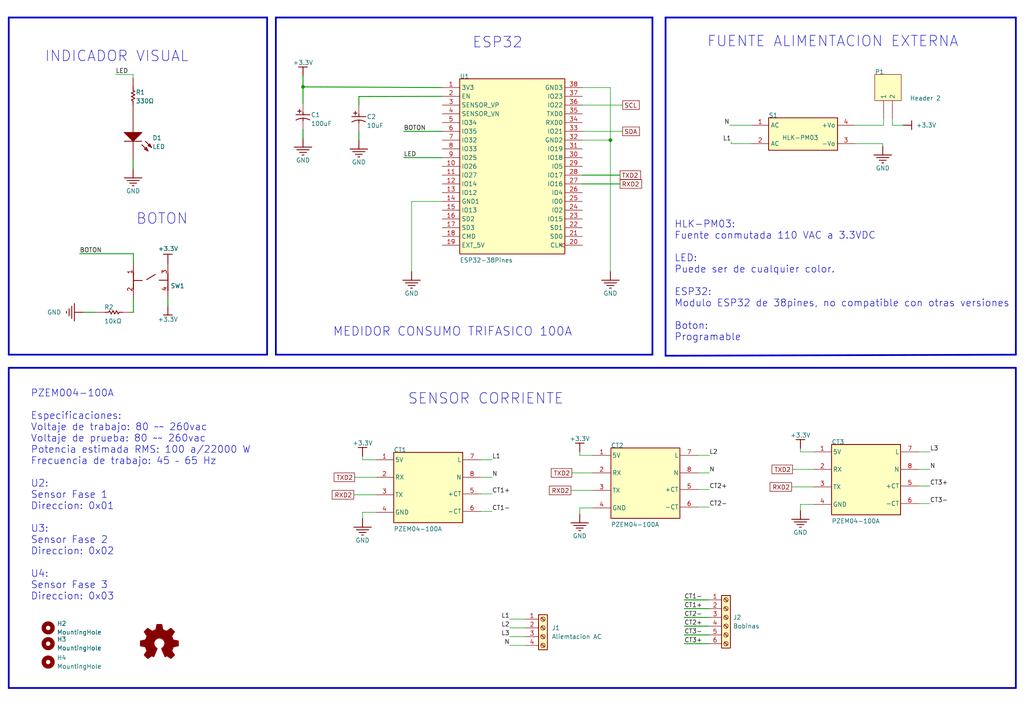
<source format=kicad_sch>
(kicad_sch (version 20211123) (generator eeschema)
  (paper "A4")
  (lib_symbols
    (symbol "0_PZEM04-100A_1"
      (property "Reference" "CT1" (at -11.016 9.766 0))
      (property "Value" "0_PZEM04-100A_1" (at -11.016 -13.174 0))
      (symbol "0_PZEM04-100A_1_1_0"
        (rectangle (start 8.984 9.766) (end -11.016 -10.634) (stroke (width 0.254)) (fill (type background)))
        (pin power_in line (at -16.256 7.62 0) (length 5.08) (name "5V") (number "1"))
        (pin power_in line (at -16.256 2.54 0) (length 5.08) (name "RX") (number "2"))
        (pin power_in line (at -16.256 -2.54 0) (length 5.08) (name "TX") (number "3"))
        (pin power_in line (at -16.256 -7.62 0) (length 5.08) (name "GND") (number "4"))
        (pin power_in line (at 14.224 -2.286 180) (length 5.08) (name "+CT") (number "5"))
        (pin power_in line (at 14.224 -7.366 180) (length 5.08) (name "-CT") (number "6"))
        (pin power_in line (at 14.224 7.62 180) (length 5.08) (name "L") (number "7"))
        (pin power_in line (at 14.224 2.54 180) (length 5.08) (name "N") (number "8"))
      )
    )
    (symbol "Connector:Screw_Terminal_01x04" (pin_names (offset 1.016) hide)
      (property "Reference" "J" (at 0 5.08 0))
      (property "Value" "Screw_Terminal_01x04" (at 0 -7.62 0))
      (symbol "Screw_Terminal_01x04_1_1"
        (rectangle (start -1.27 3.81) (end 1.27 -6.35) (stroke (width 0.254)) (fill (type background)))
        (circle (center 0 -5.08) (radius 0.635) (stroke (width 0.1524)))
        (circle (center 0 -2.54) (radius 0.635) (stroke (width 0.1524)))
        (polyline (pts (xy -0.5334 -4.7498) (xy 0.3302 -5.588)) (stroke (width 0.1524)))
        (polyline (pts (xy -0.5334 -2.2098) (xy 0.3302 -3.048)) (stroke (width 0.1524)))
        (polyline (pts (xy -0.5334 0.3302) (xy 0.3302 -0.508)) (stroke (width 0.1524)))
        (polyline (pts (xy -0.5334 2.8702) (xy 0.3302 2.032)) (stroke (width 0.1524)))
        (polyline (pts (xy -0.3556 -4.572) (xy 0.508 -5.4102)) (stroke (width 0.1524)))
        (polyline (pts (xy -0.3556 -2.032) (xy 0.508 -2.8702)) (stroke (width 0.1524)))
        (polyline (pts (xy -0.3556 0.508) (xy 0.508 -0.3302)) (stroke (width 0.1524)))
        (polyline (pts (xy -0.3556 3.048) (xy 0.508 2.2098)) (stroke (width 0.1524)))
        (circle (center 0 0) (radius 0.635) (stroke (width 0.1524)))
        (circle (center 0 2.54) (radius 0.635) (stroke (width 0.1524)))
        (pin passive line (at -5.08 2.54 0) (length 3.81) (name "Pin_1") (number "1"))
        (pin passive line (at -5.08 0 0) (length 3.81) (name "Pin_2") (number "2"))
        (pin passive line (at -5.08 -2.54 0) (length 3.81) (name "Pin_3") (number "3"))
        (pin passive line (at -5.08 -5.08 0) (length 3.81) (name "Pin_4") (number "4"))
      )
    )
    (symbol "Connector:Screw_Terminal_01x06" (pin_names (offset 1.016) hide)
      (property "Reference" "J" (at 0 7.62 0))
      (property "Value" "Screw_Terminal_01x06" (at 0 -10.16 0))
      (symbol "Screw_Terminal_01x06_1_1"
        (rectangle (start -1.27 6.35) (end 1.27 -8.89) (stroke (width 0.254)) (fill (type background)))
        (circle (center 0 -7.62) (radius 0.635) (stroke (width 0.1524)))
        (circle (center 0 -5.08) (radius 0.635) (stroke (width 0.1524)))
        (circle (center 0 -2.54) (radius 0.635) (stroke (width 0.1524)))
        (polyline (pts (xy -0.5334 -7.2898) (xy 0.3302 -8.128)) (stroke (width 0.1524)))
        (polyline (pts (xy -0.5334 -4.7498) (xy 0.3302 -5.588)) (stroke (width 0.1524)))
        (polyline (pts (xy -0.5334 -2.2098) (xy 0.3302 -3.048)) (stroke (width 0.1524)))
        (polyline (pts (xy -0.5334 0.3302) (xy 0.3302 -0.508)) (stroke (width 0.1524)))
        (polyline (pts (xy -0.5334 2.8702) (xy 0.3302 2.032)) (stroke (width 0.1524)))
        (polyline (pts (xy -0.5334 5.4102) (xy 0.3302 4.572)) (stroke (width 0.1524)))
        (polyline (pts (xy -0.3556 -7.112) (xy 0.508 -7.9502)) (stroke (width 0.1524)))
        (polyline (pts (xy -0.3556 -4.572) (xy 0.508 -5.4102)) (stroke (width 0.1524)))
        (polyline (pts (xy -0.3556 -2.032) (xy 0.508 -2.8702)) (stroke (width 0.1524)))
        (polyline (pts (xy -0.3556 0.508) (xy 0.508 -0.3302)) (stroke (width 0.1524)))
        (polyline (pts (xy -0.3556 3.048) (xy 0.508 2.2098)) (stroke (width 0.1524)))
        (polyline (pts (xy -0.3556 5.588) (xy 0.508 4.7498)) (stroke (width 0.1524)))
        (circle (center 0 0) (radius 0.635) (stroke (width 0.1524)))
        (circle (center 0 2.54) (radius 0.635) (stroke (width 0.1524)))
        (circle (center 0 5.08) (radius 0.635) (stroke (width 0.1524)))
        (pin passive line (at -5.08 5.08 0) (length 3.81) (name "Pin_1") (number "1"))
        (pin passive line (at -5.08 2.54 0) (length 3.81) (name "Pin_2") (number "2"))
        (pin passive line (at -5.08 0 0) (length 3.81) (name "Pin_3") (number "3"))
        (pin passive line (at -5.08 -2.54 0) (length 3.81) (name "Pin_4") (number "4"))
        (pin passive line (at -5.08 -5.08 0) (length 3.81) (name "Pin_5") (number "5"))
        (pin passive line (at -5.08 -7.62 0) (length 3.81) (name "Pin_6") (number "6"))
      )
    )
    (symbol "Graphic:Logo_Open_Hardware_Small" (pin_names (offset 1.016))
      (symbol "Logo_Open_Hardware_Small_0_1"
        (polyline (pts (xy 3.3528 -4.3434) (xy 3.302 -4.318) (xy 3.175 -4.2418) (xy 2.9972 -4.1148) (xy 2.7686 -3.9624) (xy 2.54 -3.81) (xy 2.3622 -3.7084) (xy 2.2352 -3.6068) (xy 2.1844 -3.5814) (xy 2.159 -3.6068) (xy 2.0574 -3.6576) (xy 1.905 -3.7338) (xy 1.8034 -3.7846) (xy 1.6764 -3.8354) (xy 1.6002 -3.8354) (xy 1.6002 -3.8354) (xy 1.5494 -3.7338) (xy 1.4732 -3.5306) (xy 1.3462 -3.302) (xy 1.2446 -3.0226) (xy 1.1176 -2.7178) (xy 0.9652 -2.413) (xy 0.8636 -2.1082) (xy 0.7366 -1.8288) (xy 0.6604 -1.6256) (xy 0.6096 -1.4732) (xy 0.5842 -1.397) (xy 0.5842 -1.397) (xy 0.6604 -1.3208) (xy 0.7874 -1.2446) (xy 1.0414 -1.016) (xy 1.2954 -0.6858) (xy 1.4478 -0.3302) (xy 1.524 0.0762) (xy 1.4732 0.4572) (xy 1.3208 0.8128) (xy 1.0668 1.143) (xy 0.762 1.3716) (xy 0.4064 1.524) (xy 0 1.5748) (xy -0.381 1.5494) (xy -0.7366 1.397) (xy -1.0668 1.143) (xy -1.2192 0.9906) (xy -1.397 0.6604) (xy -1.524 0.3048) (xy -1.524 0.2286) (xy -1.4986 -0.1778) (xy -1.397 -0.5334) (xy -1.1938 -0.8636) (xy -0.9144 -1.143) (xy -0.8636 -1.1684) (xy -0.7366 -1.27) (xy -0.635 -1.3462) (xy -0.5842 -1.397) (xy -1.0668 -2.5908) (xy -1.143 -2.794) (xy -1.2954 -3.1242) (xy -1.397 -3.4036) (xy -1.4986 -3.6322) (xy -1.5748 -3.7846) (xy -1.6002 -3.8354) (xy -1.6002 -3.8354) (xy -1.651 -3.8354) (xy -1.7272 -3.81) (xy -1.905 -3.7338) (xy -2.0066 -3.683) (xy -2.1336 -3.6068) (xy -2.2098 -3.5814) (xy -2.2606 -3.6068) (xy -2.3622 -3.683) (xy -2.54 -3.81) (xy -2.7686 -3.9624) (xy -2.9718 -4.0894) (xy -3.1496 -4.2164) (xy -3.302 -4.318) (xy -3.3528 -4.3434) (xy -3.3782 -4.3434) (xy -3.429 -4.318) (xy -3.5306 -4.2164) (xy -3.7084 -4.064) (xy -3.937 -3.8354) (xy -3.9624 -3.81) (xy -4.1656 -3.6068) (xy -4.318 -3.4544) (xy -4.4196 -3.3274) (xy -4.445 -3.2766) (xy -4.445 -3.2766) (xy -4.4196 -3.2258) (xy -4.318 -3.0734) (xy -4.2164 -2.8956) (xy -4.064 -2.667) (xy -3.6576 -2.0828) (xy -3.8862 -1.5494) (xy -3.937 -1.3716) (xy -4.0386 -1.1684) (xy -4.0894 -1.0414) (xy -4.1148 -0.9652) (xy -4.191 -0.9398) (xy -4.318 -0.9144) (xy -4.5466 -0.8636) (xy -4.8006 -0.8128) (xy -5.0546 -0.7874) (xy -5.2578 -0.7366) (xy -5.4356 -0.7112) (xy -5.5118 -0.6858) (xy -5.5118 -0.6858) (xy -5.5372 -0.635) (xy -5.5372 -0.5588) (xy -5.5372 -0.4318) (xy -5.5626 -0.2286) (xy -5.5626 0.0762) (xy -5.5626 0.127) (xy -5.5372 0.4064) (xy -5.5372 0.635) (xy -5.5372 0.762) (xy -5.5372 0.8382) (xy -5.5372 0.8382) (xy -5.461 0.8382) (xy -5.3086 0.889) (xy -5.08 0.9144) (xy -4.826 0.9652) (xy -4.8006 0.9906) (xy -4.5466 1.0414) (xy -4.318 1.0668) (xy -4.1656 1.1176) (xy -4.0894 1.143) (xy -4.0894 1.143) (xy -4.0386 1.2446) (xy -3.9624 1.4224) (xy -3.8608 1.6256) (xy -3.7846 1.8288) (xy -3.7084 2.0066) (xy -3.6576 2.159) (xy -3.6322 2.2098) (xy -3.6322 2.2098) (xy -3.683 2.286) (xy -3.7592 2.413) (xy -3.8862 2.5908) (xy -4.064 2.8194) (xy -4.064 2.8448) (xy -4.2164 3.0734) (xy -4.3434 3.2512) (xy -4.4196 3.3782) (xy -4.445 3.4544) (xy -4.445 3.4544) (xy -4.3942 3.5052) (xy -4.2926 3.6322) (xy -4.1148 3.81) (xy -3.937 4.0132) (xy -3.8608 4.064) (xy -3.6576 4.2926) (xy -3.5052 4.4196) (xy -3.4036 4.4958) (xy -3.3528 4.5212) (xy -3.3528 4.5212) (xy -3.302 4.4704) (xy -3.1496 4.3688) (xy -2.9718 4.2418) (xy -2.7432 4.0894) (xy -2.7178 4.0894) (xy -2.4892 3.937) (xy -2.3114 3.81) (xy -2.1844 3.7084) (xy -2.1336 3.683) (xy -2.1082 3.683) (xy -2.032 3.7084) (xy -1.8542 3.7592) (xy -1.6764 3.8354) (xy -1.4732 3.937) (xy -1.27 4.0132) (xy -1.143 4.064) (xy -1.0668 4.1148) (xy -1.0668 4.1148) (xy -1.0414 4.191) (xy -1.016 4.3434) (xy -0.9652 4.572) (xy -0.9144 4.8514) (xy -0.889 4.9022) (xy -0.8382 5.1562) (xy -0.8128 5.3848) (xy -0.7874 5.5372) (xy -0.762 5.588) (xy -0.7112 5.6134) (xy -0.5842 5.6134) (xy -0.4064 5.6134) (xy -0.1524 5.6134) (xy 0.0762 5.6134) (xy 0.3302 5.6134) (xy 0.5334 5.6134) (xy 0.6858 5.588) (xy 0.7366 5.588) (xy 0.7366 5.588) (xy 0.762 5.5118) (xy 0.8128 5.334) (xy 0.8382 5.1054) (xy 0.9144 4.826) (xy 0.9144 4.7752) (xy 0.9652 4.5212) (xy 1.016 4.2926) (xy 1.0414 4.1402) (xy 1.0668 4.0894) (xy 1.0668 4.0894) (xy 1.1938 4.0386) (xy 1.3716 3.9624) (xy 1.5748 3.8608) (xy 2.0828 3.6576) (xy 2.7178 4.0894) (xy 2.7686 4.1402) (xy 2.9972 4.2926) (xy 3.175 4.4196) (xy 3.302 4.4958) (xy 3.3782 4.5212) (xy 3.3782 4.5212) (xy 3.429 4.4704) (xy 3.556 4.3434) (xy 3.7338 4.191) (xy 3.9116 3.9878) (xy 4.064 3.8354) (xy 4.2418 3.6576) (xy 4.3434 3.556) (xy 4.4196 3.4798) (xy 4.4196 3.429) (xy 4.4196 3.4036) (xy 4.3942 3.3274) (xy 4.2926 3.2004) (xy 4.1656 2.9972) (xy 4.0132 2.794) (xy 3.8862 2.5908) (xy 3.7592 2.3876) (xy 3.6576 2.2352) (xy 3.6322 2.159) (xy 3.6322 2.1336) (xy 3.683 2.0066) (xy 3.7592 1.8288) (xy 3.8608 1.6002) (xy 4.064 1.1176) (xy 4.3942 1.0414) (xy 4.5974 1.016) (xy 4.8768 0.9652) (xy 5.1308 0.9144) (xy 5.5372 0.8382) (xy 5.5626 -0.6604) (xy 5.4864 -0.6858) (xy 5.4356 -0.6858) (xy 5.2832 -0.7366) (xy 5.0546 -0.762) (xy 4.8006 -0.8128) (xy 4.5974 -0.8636) (xy 4.3688 -0.9144) (xy 4.2164 -0.9398) (xy 4.1402 -0.9398) (xy 4.1148 -0.9652) (xy 4.064 -1.0668) (xy 3.9878 -1.2446) (xy 3.9116 -1.4478) (xy 3.81 -1.651) (xy 3.7338 -1.8542) (xy 3.683 -2.0066) (xy 3.6576 -2.0828) (xy 3.683 -2.1336) (xy 3.7846 -2.2606) (xy 3.8862 -2.4638) (xy 4.0386 -2.667) (xy 4.191 -2.8956) (xy 4.318 -3.0734) (xy 4.3942 -3.2004) (xy 4.445 -3.2766) (xy 4.4196 -3.3274) (xy 4.3434 -3.429) (xy 4.1656 -3.5814) (xy 3.937 -3.8354) (xy 3.8862 -3.8608) (xy 3.683 -4.064) (xy 3.5306 -4.2164) (xy 3.4036 -4.318) (xy 3.3528 -4.3434)) (fill (type outline)))
      )
    )
    (symbol "IoT_Trifasico-altium-import:+3.3V" (power)
      (property "Reference" "#PWR" (at 0 0 0))
      (property "Value" "+3.3V" (at 0 3.81 0))
      (symbol "+3.3V_0_0"
        (polyline (pts (xy -1.27 -2.54) (xy 1.27 -2.54)) (stroke (width 0.254)))
        (polyline (pts (xy 0 0) (xy 0 -2.54)) (stroke (width 0.254)))
        (pin power_in line (at 0 0 0) (length 0) hide (name "+3.3V") (number ""))
      )
    )
    (symbol "IoT_Trifasico-altium-import:0_Button"
      (property "Value" "0_Button" (at 0 0 0))
      (symbol "0_Button_1_0"
        (polyline (pts (xy -5 -2.62) (xy -5 -1.096)) (stroke (width 0.254)))
        (polyline (pts (xy -5 -2.62) (xy -5 -0.08)) (stroke (width 0.254)))
        (polyline (pts (xy -5 -0.08) (xy -2.46 -0.08)) (stroke (width 0.254)))
        (polyline (pts (xy -5 2.46) (xy -5 -0.08)) (stroke (width 0.254)))
        (polyline (pts (xy -5 2.46) (xy -5 0.936)) (stroke (width 0.254)))
        (polyline (pts (xy -1.19 0.174) (xy 1.35 1.698)) (stroke (width 0.254)))
        (polyline (pts (xy 5 -3) (xy 5 -1.476)) (stroke (width 0.254)))
        (polyline (pts (xy 5 -3) (xy 5 -0.46)) (stroke (width 0.254)))
        (polyline (pts (xy 5 0) (xy 2.46 0)) (stroke (width 0.254)))
        (polyline (pts (xy 5 2) (xy 5 -0.54)) (stroke (width 0.254)))
        (polyline (pts (xy 5 2) (xy 5 0.476)) (stroke (width 0.254)))
        (pin passive line (at -5 5 270) (length 5.08) (name "1") (number "1"))
        (pin passive line (at -5 -5.16 90) (length 5.08) (name "2") (number "2"))
        (pin passive line (at 5 5 270) (length 5.08) (name "3") (number "3"))
        (pin passive line (at 5 -5 90) (length 5.08) (name "4") (number "4"))
      )
    )
    (symbol "IoT_Trifasico-altium-import:0_ESP32-38Pines"
      (property "Value" "0_ESP32-38Pines" (at 0 0 0))
      (symbol "0_ESP32-38Pines_1_0"
        (rectangle (start 30.48 2.54) (end 0 -48.26) (stroke (width 0.254)) (fill (type background)))
        (pin power_in line (at -5.08 0 0) (length 5.08) (name "3V3") (number "1"))
        (pin bidirectional line (at -5.08 -22.86 0) (length 5.08) (name "IO26") (number "10"))
        (pin bidirectional line (at -5.08 -25.4 0) (length 5.08) (name "IO27") (number "11"))
        (pin bidirectional line (at -5.08 -27.94 0) (length 5.08) (name "IO14") (number "12"))
        (pin bidirectional line (at -5.08 -30.48 0) (length 5.08) (name "IO12") (number "13"))
        (pin power_in line (at -5.08 -33.02 0) (length 5.08) (name "GND1") (number "14"))
        (pin bidirectional line (at -5.08 -35.56 0) (length 5.08) (name "IO13") (number "15"))
        (pin bidirectional line (at -5.08 -38.1 0) (length 5.08) (name "SD2") (number "16"))
        (pin bidirectional line (at -5.08 -40.64 0) (length 5.08) (name "SD3") (number "17"))
        (pin bidirectional line (at -5.08 -43.18 0) (length 5.08) (name "CMD") (number "18"))
        (pin power_in line (at -5.08 -45.72 0) (length 5.08) (name "EXT_5V") (number "19"))
        (pin input line (at -5.08 -2.54 0) (length 5.08) (name "EN") (number "2"))
        (pin input clock (at 35.56 -45.72 180) (length 5.08) (name "CLK") (number "20"))
        (pin bidirectional line (at 35.56 -43.18 180) (length 5.08) (name "SD0") (number "21"))
        (pin bidirectional line (at 35.56 -40.64 180) (length 5.08) (name "SD1") (number "22"))
        (pin bidirectional line (at 35.56 -38.1 180) (length 5.08) (name "IO15") (number "23"))
        (pin bidirectional line (at 35.56 -35.56 180) (length 5.08) (name "IO2") (number "24"))
        (pin bidirectional line (at 35.56 -33.02 180) (length 5.08) (name "IO0") (number "25"))
        (pin bidirectional line (at 35.56 -30.48 180) (length 5.08) (name "IO4") (number "26"))
        (pin bidirectional line (at 35.56 -27.94 180) (length 5.08) (name "IO16") (number "27"))
        (pin bidirectional line (at 35.56 -25.4 180) (length 5.08) (name "IO17") (number "28"))
        (pin bidirectional line (at 35.56 -22.86 180) (length 5.08) (name "IO5") (number "29"))
        (pin input line (at -5.08 -5.08 0) (length 5.08) (name "SENSOR_VP") (number "3"))
        (pin bidirectional line (at 35.56 -20.32 180) (length 5.08) (name "IO18") (number "30"))
        (pin bidirectional line (at 35.56 -17.78 180) (length 5.08) (name "IO19") (number "31"))
        (pin power_in line (at 35.56 -15.24 180) (length 5.08) (name "GND2") (number "32"))
        (pin bidirectional line (at 35.56 -12.7 180) (length 5.08) (name "IO21") (number "33"))
        (pin input line (at 35.56 -10.16 180) (length 5.08) (name "RXD0") (number "34"))
        (pin output line (at 35.56 -7.62 180) (length 5.08) (name "TXD0") (number "35"))
        (pin bidirectional line (at 35.56 -5.08 180) (length 5.08) (name "IO22") (number "36"))
        (pin bidirectional line (at 35.56 -2.54 180) (length 5.08) (name "IO23") (number "37"))
        (pin power_in line (at 35.56 0 180) (length 5.08) (name "GND3") (number "38"))
        (pin input line (at -5.08 -7.62 0) (length 5.08) (name "SENSOR_VN") (number "4"))
        (pin bidirectional line (at -5.08 -10.16 0) (length 5.08) (name "IO34") (number "5"))
        (pin bidirectional line (at -5.08 -12.7 0) (length 5.08) (name "IO35") (number "6"))
        (pin bidirectional line (at -5.08 -15.24 0) (length 5.08) (name "IO32") (number "7"))
        (pin bidirectional line (at -5.08 -17.78 0) (length 5.08) (name "IO33") (number "8"))
        (pin bidirectional line (at -5.08 -20.32 0) (length 5.08) (name "IO25") (number "9"))
      )
    )
    (symbol "IoT_Trifasico-altium-import:0_Electrolytic capacitor"
      (property "Value" "0_Electrolytic capacitor" (at 0 0 0))
      (symbol "0_Electrolytic capacitor_1_0"
        (arc (start 0 -0.508) (mid -1.0431 -0.6441) (end -2.0163 -1.0435) (stroke (width 0.254)))
        (polyline (pts (xy -2.032 0.508) (xy 2.032 0.508)) (stroke (width 0.254)))
        (polyline (pts (xy -1.524 1.524) (xy -0.508 1.524)) (stroke (width 0.254)))
        (polyline (pts (xy -1.016 2.032) (xy -1.016 1.016)) (stroke (width 0.254)))
        (polyline (pts (xy 0 -0.508) (xy 0 -1.27)) (stroke (width 0.254)))
        (polyline (pts (xy 0 1.27) (xy 0 0.508)) (stroke (width 0.254)))
        (arc (start 1.9124 -0.9861) (mid 0.9856 -0.6293) (end 0 -0.508) (stroke (width 0.254)))
        (pin passive line (at 0 3.81 270) (length 2.54) (name "1") (number "1"))
        (pin passive line (at 0 -3.81 90) (length 2.54) (name "2") (number "2"))
      )
    )
    (symbol "IoT_Trifasico-altium-import:0_HLK-PM03"
      (property "Reference" "S1" (at 5.002 2.146 0))
      (property "Value" "HLK-PM03" (at 9.652 -3.81 0))
      (symbol "0_HLK-PM03_1_0"
        (rectangle (start 25.002 2.146) (end 5.002 -7.254) (stroke (width 0.254)) (fill (type background)))
        (pin power_in line (at 0 0 0) (length 5.08) (name "AC") (number "1"))
        (pin power_in line (at 0 -5.334 0) (length 5.08) (name "AC") (number "2"))
        (pin power_in line (at 29.972 -5.334 180) (length 5.08) (name "-Vo") (number "3"))
        (pin power_in line (at 29.972 0 180) (length 5.08) (name "+Vo") (number "4"))
      )
    )
    (symbol "IoT_Trifasico-altium-import:0_PZEM04-100A"
      (property "Reference" "CT1" (at -11.016 9.766 0))
      (property "Value" "PZEM04-100A" (at -11.016 -13.174 0))
      (symbol "0_PZEM04-100A_1_0"
        (rectangle (start 8.984 9.766) (end -11.016 -10.634) (stroke (width 0.254)) (fill (type background)))
        (pin power_in line (at -16.256 7.62 0) (length 5.08) (name "5V") (number "1"))
        (pin power_in line (at -16.256 2.54 0) (length 5.08) (name "RX") (number "2"))
        (pin power_in line (at -16.256 -2.54 0) (length 5.08) (name "TX") (number "3"))
        (pin power_in line (at -16.256 -7.62 0) (length 5.08) (name "GND") (number "4"))
        (pin power_in line (at 14.224 -2.286 180) (length 5.08) (name "+CT") (number "5"))
        (pin power_in line (at 14.224 -7.366 180) (length 5.08) (name "-CT") (number "6"))
        (pin power_in line (at 14.224 7.62 180) (length 5.08) (name "L") (number "7"))
        (pin power_in line (at 14.224 2.54 180) (length 5.08) (name "N") (number "8"))
      )
    )
    (symbol "IoT_Trifasico-altium-import:0_Resistencia"
      (property "Value" "0_Resistencia" (at 0 0 0))
      (symbol "0_Resistencia_1_0"
        (polyline (pts (xy 2.54 0) (xy 1.524 0) (xy 1.27 -0.508) (xy 0.762 0.508) (xy 0.254 -0.508) (xy -0.254 0.508) (xy -0.762 -0.508) (xy -1.27 0.508) (xy -1.524 0) (xy -2.54 0)) (stroke (width 0.254)))
        (pin passive line (at -5.08 0 0) (length 2.54) (name "1") (number "1"))
        (pin passive line (at 5.08 0 180) (length 2.54) (name "2") (number "2"))
      )
    )
    (symbol "IoT_Trifasico-altium-import:1_Header 2"
      (property "Value" "1_Header 2" (at 0 0 0))
      (symbol "1_Header 2_1_0"
        (rectangle (start 7.62 7.62) (end 0 0) (fill (type background)))
        (pin passive line (at 2.54 -5.08 90) (length 5.08) (name "1") (number "1"))
        (pin passive line (at 5.08 -5.08 90) (length 5.08) (name "2") (number "2"))
      )
    )
    (symbol "IoT_Trifasico-altium-import:1_Resistencia"
      (property "Value" "1_Resistencia" (at 0 0 0))
      (symbol "1_Resistencia_1_0"
        (polyline (pts (xy 0 2.54) (xy 0 1.524) (xy 0.508 1.27) (xy -0.508 0.762) (xy 0.508 0.254) (xy -0.508 -0.254) (xy 0.508 -0.762) (xy -0.508 -1.27) (xy 0 -1.524) (xy 0 -2.54)) (stroke (width 0.254)))
        (pin passive line (at 0 -5.08 90) (length 2.54) (name "1") (number "1"))
        (pin passive line (at 0 5.08 270) (length 2.54) (name "2") (number "2"))
      )
    )
    (symbol "IoT_Trifasico-altium-import:3_LED"
      (property "Value" "3_LED" (at 0 0 0))
      (symbol "3_LED_1_0"
        (polyline (pts (xy 2.54 -3.636) (xy 4.318 -5.414)) (stroke (width 0.254)))
        (polyline (pts (xy 2.54 -2.62) (xy -2.54 -2.62)) (stroke (width 0.254)))
        (polyline (pts (xy 3.556 -2.62) (xy 5.334 -4.398)) (stroke (width 0.254)))
        (polyline (pts (xy -2.54 -0.08) (xy 0 -2.62) (xy 2.54 -0.08) (xy -2.54 -0.08)) (stroke (width 0.254)) (fill (type outline)))
        (polyline (pts (xy 4.318 -5.414) (xy 3.81 -4.398) (xy 3.302 -4.906) (xy 4.318 -5.414)) (stroke (width 0.254)) (fill (type outline)))
        (polyline (pts (xy 5.334 -4.398) (xy 4.826 -3.382) (xy 4.318 -3.89) (xy 5.334 -4.398)) (stroke (width 0.254)) (fill (type outline)))
        (pin passive line (at 0 5 270) (length 5.08) (name "A") (number "1"))
        (pin passive line (at 0 -7.7 90) (length 5.08) (name "K") (number "2"))
      )
    )
    (symbol "IoT_Trifasico-altium-import:GND" (power)
      (property "Reference" "#PWR" (at 0 0 0))
      (property "Value" "GND" (at 0 6.35 0))
      (symbol "GND_0_0"
        (polyline (pts (xy -2.54 -2.54) (xy 2.54 -2.54)) (stroke (width 0.254)))
        (polyline (pts (xy -1.778 -3.302) (xy 1.778 -3.302)) (stroke (width 0.254)))
        (polyline (pts (xy -1.016 -4.064) (xy 1.016 -4.064)) (stroke (width 0.254)))
        (polyline (pts (xy -0.254 -4.826) (xy 0.254 -4.826)) (stroke (width 0.254)))
        (polyline (pts (xy 0 0) (xy 0 -2.54)) (stroke (width 0.254)))
        (pin power_in line (at 0 0 0) (length 0) hide (name "GND") (number ""))
      )
    )
    (symbol "Mechanical:MountingHole" (pin_names (offset 1.016))
      (property "Reference" "H" (at 0 5.08 0))
      (property "Value" "MountingHole" (at 0 3.175 0))
      (symbol "MountingHole_0_1"
        (circle (center 0 0) (radius 1.27) (stroke (width 1.27)))
      )
    )
  )
  (junction (at 87.884 25.192))
  (junction (at 177.038 40.64))
  (wire (pts (xy 139.446 138.43) (xy 142.748 138.43)))
  (polyline (pts (xy 2.54 102.87) (xy 2.54 5.08)) (stroke (width 0.508) (type solid)))
  (wire (pts (xy 128.27 25.4) (xy 87.884 25.192)) (stroke (width 0.254)))
  (wire (pts (xy 38.608 21.622) (xy 33.528 21.59)))
  (wire (pts (xy 168.148 147.32) (xy 168.148 149.098)))
  (wire (pts (xy 266.446 140.97) (xy 269.748 140.97)))
  (wire (pts (xy 23.108 73.58) (xy 38.688 73.58)) (stroke (width 0.254)))
  (wire (pts (xy 232.156 130.048) (xy 232.156 131.064)))
  (wire (pts (xy 212.09 41.148) (xy 212.09 41.656)))
  (wire (pts (xy 152.4 182.118) (xy 147.828 182.118)))
  (wire (pts (xy 177.038 40.64) (xy 177.038 78.74)))
  (polyline (pts (xy 193.04 103.18) (xy 193.04 5.08)) (stroke (width 0.508) (type solid)))
  (wire (pts (xy 152.4 184.658) (xy 147.828 184.658)))
  (wire (pts (xy 266.446 131.064) (xy 269.748 131.064)))
  (wire (pts (xy 205.486 179.07) (xy 198.486 179.07)) (stroke (width 0.254)))
  (wire (pts (xy 87.884 25.192) (xy 87.884 21.972)) (stroke (width 0.254)))
  (polyline (pts (xy 294.64 106.68) (xy 294.64 199.542)) (stroke (width 0.508) (type solid)))
  (polyline (pts (xy 77.47 5.08) (xy 77.47 102.87)) (stroke (width 0.508) (type solid)))
  (wire (pts (xy 165.608 142.24) (xy 171.958 142.24)))
  (wire (pts (xy 177.038 25.4) (xy 177.038 40.64)))
  (wire (pts (xy 168.91 40.64) (xy 177.038 40.64)))
  (wire (pts (xy 229.616 141.224) (xy 235.966 141.224)))
  (wire (pts (xy 38.608 46.054) (xy 38.608 49.054)) (stroke (width 0.254)))
  (wire (pts (xy 104.08 27.99) (xy 104.08 30.53)) (stroke (width 0.254)))
  (wire (pts (xy 168.148 132.08) (xy 171.958 132.08)))
  (wire (pts (xy 202.438 147.066) (xy 205.74 147.066)))
  (wire (pts (xy 128.27 45.72) (xy 117.094 45.72)) (stroke (width 0.254)))
  (wire (pts (xy 211.582 36.322) (xy 217.932 36.322)))
  (wire (pts (xy 212.09 41.656) (xy 217.932 41.656)))
  (wire (pts (xy 202.438 132.08) (xy 205.74 132.08)))
  (wire (pts (xy 202.438 137.16) (xy 205.74 137.16)))
  (polyline (pts (xy 294.64 106.68) (xy 2.54 106.68)) (stroke (width 0.508) (type solid)))
  (polyline (pts (xy 294.64 5.08) (xy 294.64 102.87)) (stroke (width 0.508) (type solid)))
  (wire (pts (xy 202.438 141.986) (xy 205.74 141.986)))
  (wire (pts (xy 104.08 40.69) (xy 104.08 38.15)) (stroke (width 0.254)))
  (wire (pts (xy 168.148 131.064) (xy 168.148 132.08)))
  (wire (pts (xy 105.156 132.334) (xy 105.156 133.35)))
  (wire (pts (xy 205.486 181.61) (xy 198.486 181.61)) (stroke (width 0.254)))
  (wire (pts (xy 168.91 25.4) (xy 177.038 25.4)))
  (wire (pts (xy 152.4 187.198) (xy 147.828 187.198)))
  (wire (pts (xy 235.966 146.304) (xy 232.156 146.304)))
  (wire (pts (xy 258.826 36.322) (xy 261.874 36.322)))
  (wire (pts (xy 256.032 41.656) (xy 256.032 42.418)))
  (polyline (pts (xy 77.47 5.08) (xy 2.54 5.08)) (stroke (width 0.508) (type solid)))
  (wire (pts (xy 87.884 40.132) (xy 87.884 37.592)) (stroke (width 0.254)))
  (wire (pts (xy 139.446 148.336) (xy 142.748 148.336)))
  (wire (pts (xy 102.616 143.51) (xy 108.966 143.51)))
  (wire (pts (xy 205.486 176.53) (xy 198.486 176.53)) (stroke (width 0.254)))
  (wire (pts (xy 168.91 38.1) (xy 180.594 38.1)))
  (wire (pts (xy 128.27 58.42) (xy 119.38 58.42)))
  (wire (pts (xy 232.156 131.064) (xy 235.966 131.064)))
  (polyline (pts (xy 189.23 5.08) (xy 189.23 102.87)) (stroke (width 0.508) (type solid)))
  (wire (pts (xy 247.904 41.656) (xy 256.032 41.656)))
  (wire (pts (xy 38.608 22.67) (xy 38.608 21.622)))
  (wire (pts (xy 171.958 147.32) (xy 168.148 147.32)))
  (wire (pts (xy 128.27 27.94) (xy 104.08 27.99)) (stroke (width 0.254)))
  (wire (pts (xy 232.156 146.304) (xy 232.156 148.082)))
  (wire (pts (xy 38.688 73.58) (xy 38.688 76.28)) (stroke (width 0.254)))
  (wire (pts (xy 105.156 148.59) (xy 105.156 150.368)))
  (wire (pts (xy 102.87 138.43) (xy 108.966 138.43)))
  (wire (pts (xy 205.486 186.69) (xy 198.486 186.69)) (stroke (width 0.254)))
  (wire (pts (xy 165.862 137.16) (xy 171.958 137.16)))
  (wire (pts (xy 108.966 148.59) (xy 105.156 148.59)))
  (wire (pts (xy 24.108 90.58) (xy 27.948 90.58)) (stroke (width 0.254)))
  (polyline (pts (xy 294.64 5.08) (xy 193.04 5.08)) (stroke (width 0.508) (type solid)))
  (wire (pts (xy 139.446 133.35) (xy 142.748 133.35)))
  (wire (pts (xy 258.826 34.29) (xy 258.826 36.322)))
  (polyline (pts (xy 2.54 199.542) (xy 294.64 199.542)) (stroke (width 0.508) (type solid)))
  (wire (pts (xy 168.91 50.8) (xy 179.832 50.8)) (stroke (width 0.254)))
  (wire (pts (xy 205.486 173.99) (xy 198.486 173.99)) (stroke (width 0.254)))
  (wire (pts (xy 205.486 184.15) (xy 198.486 184.15)) (stroke (width 0.254)))
  (wire (pts (xy 229.87 136.144) (xy 235.966 136.144)))
  (wire (pts (xy 152.4 179.578) (xy 147.828 179.578)))
  (wire (pts (xy 247.904 36.322) (xy 256.286 36.322)))
  (wire (pts (xy 128.27 38.1) (xy 117.094 38.1)) (stroke (width 0.254)))
  (wire (pts (xy 168.91 30.48) (xy 180.594 30.48)))
  (wire (pts (xy 168.91 53.34) (xy 179.832 53.34)) (stroke (width 0.254)))
  (wire (pts (xy 38.108 90.58) (xy 38.688 90.58)) (stroke (width 0.254)))
  (wire (pts (xy 38.688 90.58) (xy 38.688 86.44)) (stroke (width 0.254)))
  (polyline (pts (xy 193.04 103.18) (xy 294.64 102.87)) (stroke (width 0.508) (type solid)))
  (wire (pts (xy 119.38 58.42) (xy 119.38 78.74)))
  (wire (pts (xy 139.446 143.256) (xy 142.748 143.256)))
  (polyline (pts (xy 80.01 102.87) (xy 80.01 5.08)) (stroke (width 0.508) (type solid)))
  (wire (pts (xy 266.446 136.144) (xy 269.748 136.144)))
  (wire (pts (xy 48.688 86.28) (xy 48.688 88.82)) (stroke (width 0.254)))
  (polyline (pts (xy 189.23 5.08) (xy 80.01 5.08)) (stroke (width 0.508) (type solid)))
  (wire (pts (xy 256.286 36.322) (xy 256.286 34.29)))
  (wire (pts (xy 87.884 29.972) (xy 87.884 25.192)) (stroke (width 0.254)))
  (wire (pts (xy 105.156 133.35) (xy 108.966 133.35)))
  (polyline (pts (xy 80.01 102.87) (xy 189.23 102.87)) (stroke (width 0.508) (type solid)))
  (polyline (pts (xy 2.54 199.542) (xy 2.54 106.68)) (stroke (width 0.508) (type solid)))
  (wire (pts (xy 38.608 32.83) (xy 38.608 33.354)) (stroke (width 0.254)))
  (wire (pts (xy 266.446 146.05) (xy 269.748 146.05)))
  (polyline (pts (xy 2.54 102.87) (xy 77.47 102.87)) (stroke (width 0.508) (type solid)))
  (text "BOTON" (at 39.426 65.374 180) (effects (font (size 3.048 3.048)) (justify left bottom)))
  (text "HLK-PM03:\nFuente conmutada 110 VAC a 3.3VDC\n\nLED:\nPuede ser de cualquier color.\n\nESP32:\nModulo ESP32 de 38pines, no compatible con otras versiones\n\nBoton:\nProgramable" (at 195.58 99.06 0) (effects (font (size 2.032 2.032)) (justify left bottom)))
  (text "INDICADOR VISUAL" (at 12.94 18.23 180) (effects (font (size 3.048 3.048)) (justify left bottom)))
  (text "PZEM004-100A\n\nEspecificaciones:\nVoltaje de trabajo: 80 ~~ 260vac\nVoltaje de prueba: 80 ~~ 260vac\nPotencia estimada RMS: 100 a/22000 W\nFrecuencia de trabajo: 45 – 65 Hz\n\nU2: \nSensor Fase 1\nDireccion: 0x01\n\nU3: \nSensor Fase 2\nDireccion: 0x02\n\nU4: \nSensor Fase 3\nDireccion: 0x03" (at 8.89 174.244 0) (effects (font (size 2.032 2.032)) (justify left bottom)))
  (text "ESP32" (at 136.94 14.23 180) (effects (font (size 3.048 3.048)) (justify left bottom)))
  (text "SENSOR CORRIENTE" (at 118.24 117.54 180) (effects (font (size 3.048 3.048)) (justify left bottom)))
  (text "MEDIDOR CONSUMO TRIFASICO 100A" (at 96.52 97.79 180) (effects (font (size 2.54 2.54)) (justify left bottom)))
  (text "FUENTE ALIMENTACION EXTERNA" (at 205.03 13.91 180) (effects (font (size 3.048 3.048)) (justify left bottom)))
  (label "CT2-" (at 198.486 179.07 0))
  (label "L3" (at 269.748 131.064 0))
  (label "N" (at 269.748 136.144 0))
  (label "L2" (at 205.74 132.08 0))
  (label "CT2+" (at 205.74 141.986 0))
  (label "L1" (at 142.748 133.35 0))
  (label "L2" (at 147.828 182.118 180))
  (label "CT3+" (at 269.748 140.97 0))
  (label "N" (at 147.828 187.198 180))
  (label "LED" (at 117.094 45.72 0))
  (label "CT3-" (at 269.748 146.05 0))
  (label "CT1-" (at 142.748 148.336 0))
  (label "CT2-" (at 205.74 147.066 0))
  (label "N" (at 142.748 138.43 0))
  (label "L3" (at 147.828 184.658 180))
  (label "CT3-" (at 198.486 184.15 0))
  (label "L1" (at 212.09 41.148 180))
  (label "CT3+" (at 198.486 186.69 0))
  (label "N" (at 205.74 137.16 0))
  (label "CT2+" (at 198.486 181.61 0))
  (label "N" (at 211.582 36.322 180))
  (label "CT1-" (at 198.486 173.99 0))
  (label "L1" (at 147.828 179.578 180))
  (label "LED" (at 33.528 21.59 0))
  (label "CT1+" (at 198.486 176.53 0))
  (label "BOTON" (at 117.094 38.1 0))
  (label "CT1+" (at 142.748 143.256 0))
  (label "BOTON" (at 23.108 73.58 0))
  (global_label "RXD2" (shape passive) (at 165.608 142.24 180) (property "Intersheet References" "${INTERSHEET_REFS}" (effects hide)))
  (global_label "RXD2" (shape passive) (at 179.832 53.34 0) (property "Intersheet References" "${INTERSHEET_REFS}" (effects hide)))
  (global_label "TXD2" (shape passive) (at 229.87 136.144 180) (property "Intersheet References" "${INTERSHEET_REFS}" (effects hide)))
  (global_label "TXD2" (shape passive) (at 165.862 137.16 180) (property "Intersheet References" "${INTERSHEET_REFS}" (effects hide)))
  (global_label "SDA" (shape passive) (at 180.594 38.1 0) (property "Intersheet References" "${INTERSHEET_REFS}" (effects hide)))
  (global_label "RXD2" (shape passive) (at 229.616 141.224 180) (property "Intersheet References" "${INTERSHEET_REFS}" (effects hide)))
  (global_label "SCL" (shape passive) (at 180.594 30.48 0) (property "Intersheet References" "${INTERSHEET_REFS}" (effects hide)))
  (global_label "TXD2" (shape passive) (at 102.87 138.43 180) (property "Intersheet References" "${INTERSHEET_REFS}" (effects hide)))
  (global_label "TXD2" (shape passive) (at 179.832 50.8 0) (property "Intersheet References" "${INTERSHEET_REFS}" (effects hide)))
  (global_label "RXD2" (shape passive) (at 102.616 143.51 180) (property "Intersheet References" "${INTERSHEET_REFS}" (effects hide)))
  (symbol (lib_id "Connector:Screw_Terminal_01x04") (at 157.48 182.118 0) (unit 1)
    (property "Reference" "J1" (at 160.02 182.1179 0) (effects (justify left)))
    (property "Value" "Aliemtacion AC" (at 160.02 184.6579 0) (effects (justify left)))
    (property "Footprint" "TerminalBlock:TerminalBlock_bornier-4_P5.08mm" (effects hide))
  )
  (symbol (lib_id "Connector:Screw_Terminal_01x06") (at 210.566 179.07 0) (unit 1)
    (property "Reference" "J2" (at 212.598 179.0699 0) (effects (justify left)))
    (property "Value" "Bobinas" (at 212.598 181.6099 0) (effects (justify left)))
    (property "Footprint" "TerminalBlock:TerminalBlock_bornier-6_P5.08mm" (effects hide))
  )
  (symbol (lib_id "IoT_Trifasico-altium-import:3_LED") (at 38.608 38.354 0) (unit 1)
    (property "Reference" "D1" (at 44.196 40.72 0) (effects (justify left bottom)))
    (property "Value" "LED" (at 44.196 43.26 0) (effects (justify left bottom)))
    (property "Footprint" "LED_THT:LED_D5.0mm" (effects hide))
  )
  (symbol (lib_id "IoT_Trifasico-altium-import:0_ESP32-38Pines") (at 133.35 25.4 0) (unit 1)
    (property "Reference" "U1" (at 133.35 22.86 0) (effects (justify left bottom)))
    (property "Value" "ESP32-38Pines" (at 133.35 76.2 0) (effects (justify left bottom)))
    (property "Footprint" "Libs:MODULE_ESP32-DEVKITC-32D" (effects hide))
  )
  (symbol (lib_id "Graphic:Logo_Open_Hardware_Small") (at 46.228 186.69 0) (unit 1)
    (property "Reference" "#LOGO1" (effects hide))
    (property "Value" "Logo_Open_Hardware_Small" (effects hide))
  )
  (symbol (lib_id "IoT_Trifasico-altium-import:GND") (at 38.608 49.054 0) (unit 1)
    (property "Reference" "#PWR0110" (effects hide))
    (property "Value" "GND" (at 38.608 55.404 0))
  )
  (symbol (lib_id "IoT_Trifasico-altium-import:+3.3V") (at 87.884 21.972 180) (unit 1)
    (property "Reference" "#PWR0105" (effects hide))
    (property "Value" "+3.3V" (at 87.884 18.162 0))
  )
  (symbol (lib_id "IoT_Trifasico-altium-import:GND") (at 177.038 78.74 0) (unit 1)
    (property "Reference" "#PWR0106" (effects hide))
    (property "Value" "GND" (at 177.038 85.09 0))
  )
  (symbol (lib_id "IoT_Trifasico-altium-import:GND") (at 256.032 42.418 0) (unit 1)
    (property "Reference" "#PWR0102" (effects hide))
    (property "Value" "GND" (at 256.032 48.768 0))
  )
  (symbol (lib_id "IoT_Trifasico-altium-import:1_Resistencia") (at 38.608 27.75 0) (unit 1)
    (property "Reference" "R1" (at 39.37 27.496 0) (effects (justify left bottom)))
    (property "Value" "330Ω" (at 39.37 30.036 0) (effects (justify left bottom)))
    (property "Footprint" "Resistor_THT:R_Axial_DIN0207_L6.3mm_D2.5mm_P10.16mm_Horizontal" (effects hide))
  )
  (symbol (lib_id "IoT_Trifasico-altium-import:+3.3V") (at 48.688 88.82 0) (unit 1)
    (property "Reference" "#PWR0109" (effects hide))
    (property "Value" "+3.3V" (at 48.688 92.63 0))
  )
  (symbol (lib_id "IoT_Trifasico-altium-import:GND") (at 119.38 78.74 0) (unit 1)
    (property "Reference" "#PWR01" (effects hide))
    (property "Value" "GND" (at 119.38 85.09 0))
  )
  (symbol (lib_id "IoT_Trifasico-altium-import:GND") (at 232.156 148.082 0) (unit 1)
    (property "Reference" "#PWR05" (effects hide))
    (property "Value" "GND" (at 232.156 154.432 0))
  )
  (symbol (lib_id "IoT_Trifasico-altium-import:+3.3V") (at 105.156 132.334 180) (unit 1)
    (property "Reference" "#PWR0113" (effects hide))
    (property "Value" "+3.3V" (at 105.156 128.524 0))
  )
  (symbol (lib_id "IoT_Trifasico-altium-import:1_Header 2") (at 253.746 29.21 0) (unit 1)
    (property "Reference" "P1" (at 253.746 21.59 0) (effects (justify left bottom)))
    (property "Value" "Header 2" (at 263.906 29.21 0) (effects (justify left bottom)))
    (property "Footprint" "Connector_PinHeader_2.54mm:PinHeader_1x02_P2.54mm_Vertical" (effects hide))
    (property "LATESTREVISIONDATE" "17-Jul-2002" (effects hide))
    (property "LATESTREVISIONNOTE" "Re-released for DXP Platform." (effects hide))
    (property "PUBLISHER" "Altium Limited" (effects hide))
  )
  (symbol (lib_id "IoT_Trifasico-altium-import:GND") (at 105.156 150.368 0) (unit 1)
    (property "Reference" "#PWR0112" (effects hide))
    (property "Value" "GND" (at 105.156 156.718 0))
  )
  (symbol (lib_id "IoT_Trifasico-altium-import:0_PZEM04-100A") (at 252.222 138.684 0) (unit 1)
    (property "Reference" "CT3" (at 241.206 128.918 0) (effects (justify left bottom)))
    (property "Value" "PZEM04-100A" (at 241.206 151.858 0) (effects (justify left bottom)))
    (property "Footprint" "Libs:PZEM04-100A" (effects hide))
  )
  (symbol (lib_id "IoT_Trifasico-altium-import:0_Button") (at 43.688 81.28 0) (unit 1)
    (property "Reference" "SW1" (at 49.45 83.646 0) (effects (justify left bottom)))
    (property "Value" "Button" (effects hide))
    (property "Footprint" "Button_Switch_THT:SW_PUSH_6mm_H4.3mm" (effects hide))
  )
  (symbol (lib_id "IoT_Trifasico-altium-import:GND") (at 24.108 90.58 270) (unit 1)
    (property "Reference" "#PWR0108" (effects hide))
    (property "Value" "GND" (at 17.758 90.58 90) (effects (justify right)))
  )
  (symbol (lib_id "IoT_Trifasico-altium-import:+3.3V") (at 261.874 36.322 90) (unit 1)
    (property "Reference" "#PWR0101" (effects hide))
    (property "Value" "+3.3V" (at 265.684 36.322 90) (effects (justify right)))
  )
  (symbol (lib_id "Mechanical:MountingHole") (at 13.97 182.118 0) (unit 1)
    (property "Reference" "H2" (at 16.51 180.8479 0) (effects (justify left)))
    (property "Value" "MountingHole" (at 16.51 183.3879 0) (effects (justify left)))
    (property "Footprint" "MountingHole:MountingHole_3.2mm_M3_DIN965_Pad" (effects hide))
  )
  (symbol (lib_id "IoT_Trifasico-altium-import:0_Electrolytic capacitor") (at 104.08 34.34 0) (unit 1)
    (property "Reference" "C2" (at 106.366 34.594 0) (effects (justify left bottom)))
    (property "Value" "10uF" (at 106.366 37.134 0) (effects (justify left bottom)))
    (property "Footprint" "Capacitor_THT:CP_Radial_D5.0mm_P2.50mm" (effects hide))
  )
  (symbol (lib_name "0_PZEM04-100A_1") (lib_id "IoT_Trifasico-altium-import:0_PZEM04-100A") (at 125.222 140.97 0) (unit 1)
    (property "Reference" "CT1" (at 114.206 131.204 0) (effects (justify left bottom)))
    (property "Value" "PZEM04-100A" (at 114.206 154.144 0) (effects (justify left bottom)))
    (property "Footprint" "Libs:PZEM04-100A" (effects hide))
  )
  (symbol (lib_id "IoT_Trifasico-altium-import:+3.3V") (at 168.148 131.064 180) (unit 1)
    (property "Reference" "#PWR02" (effects hide))
    (property "Value" "+3.3V" (at 168.148 127.254 0))
  )
  (symbol (lib_id "IoT_Trifasico-altium-import:+3.3V") (at 48.688 76.28 180) (unit 1)
    (property "Reference" "#PWR0107" (effects hide))
    (property "Value" "+3.3V" (at 48.768 72.136 0))
  )
  (symbol (lib_id "Mechanical:MountingHole") (at 13.97 192.024 0) (unit 1)
    (property "Reference" "H4" (at 16.51 190.7539 0) (effects (justify left)))
    (property "Value" "MountingHole" (at 16.51 193.2939 0) (effects (justify left)))
    (property "Footprint" "MountingHole:MountingHole_3.2mm_M3_DIN965_Pad" (effects hide))
  )
  (symbol (lib_id "IoT_Trifasico-altium-import:+3.3V") (at 232.156 130.048 180) (unit 1)
    (property "Reference" "#PWR04" (effects hide))
    (property "Value" "+3.3V" (at 232.156 126.238 0))
  )
  (symbol (lib_id "IoT_Trifasico-altium-import:GND") (at 104.08 40.69 0) (unit 1)
    (property "Reference" "#PWR0104" (effects hide))
    (property "Value" "GND" (at 104.08 47.04 0))
  )
  (symbol (lib_id "IoT_Trifasico-altium-import:0_Electrolytic capacitor") (at 87.884 33.782 0) (unit 1)
    (property "Reference" "C1" (at 90.17 34.036 0) (effects (justify left bottom)))
    (property "Value" "100uF" (at 90.17 36.576 0) (effects (justify left bottom)))
    (property "Footprint" "Capacitor_THT:CP_Radial_D6.3mm_P2.50mm" (effects hide))
  )
  (symbol (lib_id "IoT_Trifasico-altium-import:GND") (at 168.148 149.098 0) (unit 1)
    (property "Reference" "#PWR03" (effects hide))
    (property "Value" "GND" (at 168.148 155.448 0))
  )
  (symbol (lib_id "IoT_Trifasico-altium-import:GND") (at 87.884 40.132 0) (unit 1)
    (property "Reference" "#PWR0103" (effects hide))
    (property "Value" "GND" (at 87.884 46.482 0))
  )
  (symbol (lib_id "IoT_Trifasico-altium-import:0_HLK-PM03") (at 217.932 36.322 0) (unit 1)
    (property "Reference" "S1" (at 222.934 34.176 0) (effects (justify left bottom)))
    (property "Value" "HLK-PM03" (at 226.824 40.64 0) (effects (justify left bottom)))
    (property "Footprint" "Libs:CONV_HLK-PM03" (effects hide))
  )
  (symbol (lib_id "IoT_Trifasico-altium-import:0_PZEM04-100A") (at 188.214 139.7 0) (unit 1)
    (property "Reference" "CT2" (at 177.198 129.934 0) (effects (justify left bottom)))
    (property "Value" "PZEM04-100A" (at 177.198 152.874 0) (effects (justify left bottom)))
    (property "Footprint" "Libs:PZEM04-100A" (effects hide))
  )
  (symbol (lib_id "IoT_Trifasico-altium-import:0_Resistencia") (at 33.028 90.58 0) (unit 1)
    (property "Reference" "R2" (at 30.234 89.818 0) (effects (justify left bottom)))
    (property "Value" "10kΩ" (at 30.234 93.882 0) (effects (justify left bottom)))
    (property "Footprint" "Resistor_THT:R_Axial_DIN0207_L6.3mm_D2.5mm_P10.16mm_Horizontal" (effects hide))
  )
  (symbol (lib_id "Mechanical:MountingHole") (at 13.97 186.69 0) (unit 1)
    (property "Reference" "H3" (at 16.51 185.4199 0) (effects (justify left)))
    (property "Value" "MountingHole" (at 16.51 187.9599 0) (effects (justify left)))
    (property "Footprint" "MountingHole:MountingHole_3.2mm_M3_DIN965_Pad" (effects hide))
  )
)
</source>
